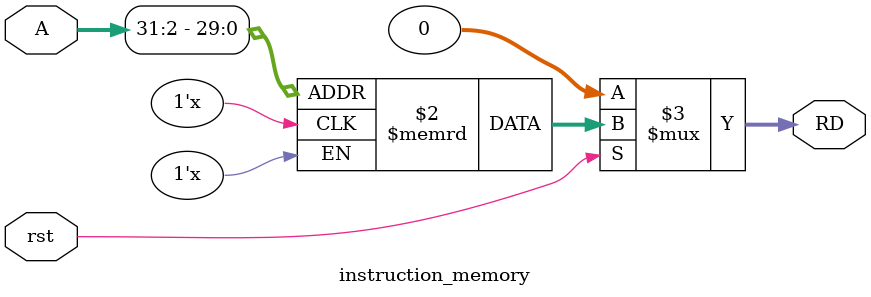
<source format=v>
module instruction_memory(A,RD,rst);

    input[31:0] A;
    input rst;

    reg [31:0] mem [1023:0];
    
    output [31:0] RD;

    assign RD = (rst == 1'b0) ? 32'h00000000 : mem[A[31:2]];

endmodule
</source>
